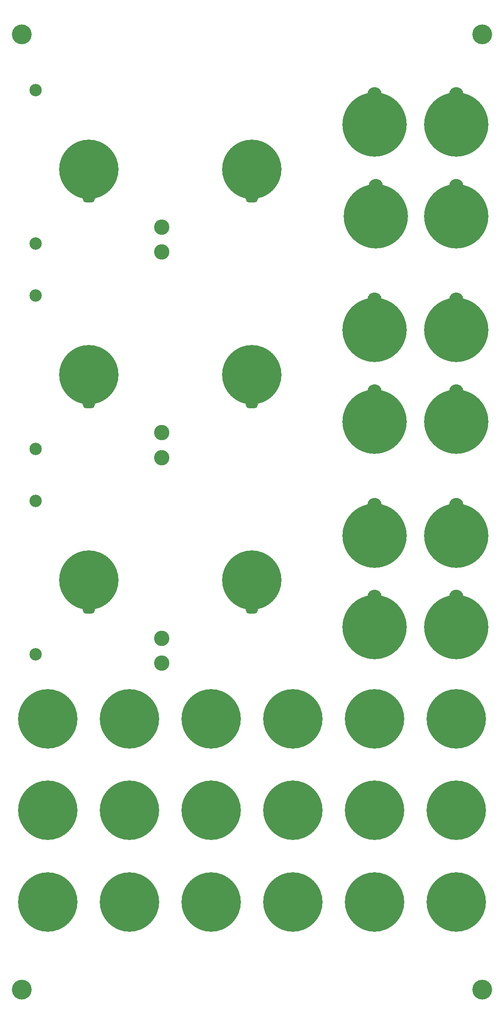
<source format=gts>
%TF.GenerationSoftware,KiCad,Pcbnew,9.0.7*%
%TF.CreationDate,2026-02-21T19:30:22+01:00*%
%TF.ProjectId,DMH_VCLFO_PANEL,444d485f-5643-44c4-964f-5f50414e454c,rev?*%
%TF.SameCoordinates,Original*%
%TF.FileFunction,Soldermask,Top*%
%TF.FilePolarity,Negative*%
%FSLAX46Y46*%
G04 Gerber Fmt 4.6, Leading zero omitted, Abs format (unit mm)*
G04 Created by KiCad (PCBNEW 9.0.7) date 2026-02-21 19:30:22*
%MOMM*%
%LPD*%
G01*
G04 APERTURE LIST*
%ADD10C,0.500000*%
%ADD11C,12.000000*%
%ADD12C,4.000000*%
%ADD13C,2.900000*%
%ADD14C,13.000000*%
%ADD15C,3.100000*%
%ADD16O,2.500000X1.500000*%
%ADD17C,2.500000*%
G04 APERTURE END LIST*
D10*
%TO.C,H30*%
X53050000Y-208750000D03*
X54710000Y-204720000D03*
X54720000Y-212790000D03*
X58750000Y-203050000D03*
D11*
X58750000Y-208750000D03*
D10*
X58750000Y-214450000D03*
X62780000Y-212790000D03*
X62790000Y-204720000D03*
X64450000Y-208750000D03*
%TD*%
D12*
%TO.C,H3*%
X53500000Y-226500000D03*
%TD*%
D10*
%TO.C,H11*%
X135550000Y-171750000D03*
X137210000Y-167720000D03*
X137220000Y-175790000D03*
X141250000Y-166050000D03*
D11*
X141250000Y-171750000D03*
D10*
X141250000Y-177450000D03*
X145280000Y-175790000D03*
X145290000Y-167720000D03*
X146950000Y-171750000D03*
%TD*%
%TO.C,H21*%
X69550000Y-171750000D03*
X71210000Y-167720000D03*
X71220000Y-175790000D03*
X75250000Y-166050000D03*
D11*
X75250000Y-171750000D03*
D10*
X75250000Y-177450000D03*
X79280000Y-175790000D03*
X79290000Y-167720000D03*
X80950000Y-171750000D03*
%TD*%
D13*
%TO.C,H42*%
X124750000Y-87150000D03*
D14*
X124750000Y-93250000D03*
%TD*%
D10*
%TO.C,H33*%
X119050000Y-208750000D03*
X120710000Y-204720000D03*
X120720000Y-212790000D03*
X124750000Y-203050000D03*
D11*
X124750000Y-208750000D03*
D10*
X124750000Y-214450000D03*
X128780000Y-212790000D03*
X128790000Y-204720000D03*
X130450000Y-208750000D03*
%TD*%
D13*
%TO.C,H29*%
X141250000Y-147150000D03*
D14*
X141250000Y-153250000D03*
%TD*%
D15*
%TO.C,H36*%
X81750000Y-77500000D03*
%TD*%
D10*
%TO.C,H34*%
X135550000Y-208750000D03*
X137210000Y-204720000D03*
X137220000Y-212790000D03*
X141250000Y-203050000D03*
D11*
X141250000Y-208750000D03*
D10*
X141250000Y-214450000D03*
X145280000Y-212790000D03*
X145290000Y-204720000D03*
X146950000Y-208750000D03*
%TD*%
D11*
%TO.C,H13*%
X67000000Y-60750000D03*
D16*
X67000000Y-66750000D03*
%TD*%
D13*
%TO.C,H19*%
X141250000Y-105650000D03*
D14*
X141250000Y-111750000D03*
%TD*%
D15*
%TO.C,H38*%
X81750000Y-160500000D03*
%TD*%
%TO.C,H37*%
X81750000Y-119000000D03*
%TD*%
%TO.C,H25*%
X81750000Y-155500000D03*
%TD*%
D13*
%TO.C,H41*%
X124750000Y-45650000D03*
D14*
X124750000Y-51750000D03*
%TD*%
D15*
%TO.C,H14*%
X81750000Y-72500000D03*
%TD*%
D17*
%TO.C,H49*%
X56250000Y-158750000D03*
%TD*%
D13*
%TO.C,H27*%
X141250000Y-128650000D03*
D14*
X141250000Y-134750000D03*
%TD*%
D10*
%TO.C,H10*%
X119050000Y-171750000D03*
X120710000Y-167720000D03*
X120720000Y-175790000D03*
X124750000Y-166050000D03*
D11*
X124750000Y-171750000D03*
D10*
X124750000Y-177450000D03*
X128780000Y-175790000D03*
X128790000Y-167720000D03*
X130450000Y-171750000D03*
%TD*%
D11*
%TO.C,H16*%
X100000000Y-102250000D03*
D16*
X100000000Y-108250000D03*
%TD*%
D10*
%TO.C,H22*%
X102550000Y-190250000D03*
X104210000Y-186220000D03*
X104220000Y-194290000D03*
X108250000Y-184550000D03*
D11*
X108250000Y-190250000D03*
D10*
X108250000Y-195950000D03*
X112280000Y-194290000D03*
X112290000Y-186220000D03*
X113950000Y-190250000D03*
%TD*%
%TO.C,H9*%
X102550000Y-171750000D03*
X104210000Y-167720000D03*
X104220000Y-175790000D03*
X108250000Y-166050000D03*
D11*
X108250000Y-171750000D03*
D10*
X108250000Y-177450000D03*
X112280000Y-175790000D03*
X112290000Y-167720000D03*
X113950000Y-171750000D03*
%TD*%
D15*
%TO.C,H15*%
X81750000Y-114000000D03*
%TD*%
D11*
%TO.C,H26*%
X100000000Y-143750000D03*
D16*
X100000000Y-149750000D03*
%TD*%
D13*
%TO.C,H46*%
X124750000Y-147150000D03*
D14*
X124750000Y-153250000D03*
%TD*%
D11*
%TO.C,H28*%
X67000000Y-143750000D03*
D16*
X67000000Y-149750000D03*
%TD*%
D10*
%TO.C,H20*%
X53050000Y-190250000D03*
X54710000Y-186220000D03*
X54720000Y-194290000D03*
X58750000Y-184550000D03*
D11*
X58750000Y-190250000D03*
D10*
X58750000Y-195950000D03*
X62780000Y-194290000D03*
X62790000Y-186220000D03*
X64450000Y-190250000D03*
%TD*%
D13*
%TO.C,H6*%
X141250000Y-64150000D03*
D14*
X141250000Y-70250000D03*
%TD*%
D10*
%TO.C,H24*%
X135550000Y-190250000D03*
X137210000Y-186220000D03*
X137220000Y-194290000D03*
X141250000Y-184550000D03*
D11*
X141250000Y-190250000D03*
D10*
X141250000Y-195950000D03*
X145280000Y-194290000D03*
X145290000Y-186220000D03*
X146950000Y-190250000D03*
%TD*%
D13*
%TO.C,H45*%
X124750000Y-105650000D03*
D14*
X124750000Y-111750000D03*
%TD*%
D10*
%TO.C,H39*%
X86050000Y-190250000D03*
X87710000Y-186220000D03*
X87720000Y-194290000D03*
X91750000Y-184550000D03*
D11*
X91750000Y-190250000D03*
D10*
X91750000Y-195950000D03*
X95780000Y-194290000D03*
X95790000Y-186220000D03*
X97450000Y-190250000D03*
%TD*%
D17*
%TO.C,H52*%
X56250000Y-127750000D03*
%TD*%
D10*
%TO.C,H8*%
X86050000Y-171750000D03*
X87710000Y-167720000D03*
X87720000Y-175790000D03*
X91750000Y-166050000D03*
D11*
X91750000Y-171750000D03*
D10*
X91750000Y-177450000D03*
X95780000Y-175790000D03*
X95790000Y-167720000D03*
X97450000Y-171750000D03*
%TD*%
%TO.C,H35*%
X69550000Y-208750000D03*
X71210000Y-204720000D03*
X71220000Y-212790000D03*
X75250000Y-203050000D03*
D11*
X75250000Y-208750000D03*
D10*
X75250000Y-214450000D03*
X79280000Y-212790000D03*
X79290000Y-204720000D03*
X80950000Y-208750000D03*
%TD*%
%TO.C,H23*%
X119050000Y-190250000D03*
X120710000Y-186220000D03*
X120720000Y-194290000D03*
X124750000Y-184550000D03*
D11*
X124750000Y-190250000D03*
D10*
X124750000Y-195950000D03*
X128780000Y-194290000D03*
X128790000Y-186220000D03*
X130450000Y-190250000D03*
%TD*%
D17*
%TO.C,H48*%
X56250000Y-117250000D03*
%TD*%
D10*
%TO.C,H5*%
X53050000Y-171750000D03*
X54710000Y-167720000D03*
X54720000Y-175790000D03*
X58750000Y-166050000D03*
D11*
X58750000Y-171750000D03*
D10*
X58750000Y-177450000D03*
X62780000Y-175790000D03*
X62790000Y-167720000D03*
X64450000Y-171750000D03*
%TD*%
D17*
%TO.C,H51*%
X56250000Y-86250000D03*
%TD*%
D13*
%TO.C,H44*%
X125000000Y-64150000D03*
D14*
X125000000Y-70250000D03*
%TD*%
D10*
%TO.C,H32*%
X102550000Y-208750000D03*
X104210000Y-204720000D03*
X104220000Y-212790000D03*
X108250000Y-203050000D03*
D11*
X108250000Y-208750000D03*
D10*
X108250000Y-214450000D03*
X112280000Y-212790000D03*
X112290000Y-204720000D03*
X113950000Y-208750000D03*
%TD*%
D13*
%TO.C,H7*%
X141250000Y-45650000D03*
D14*
X141250000Y-51750000D03*
%TD*%
D10*
%TO.C,H31*%
X69550000Y-190250000D03*
X71210000Y-186220000D03*
X71220000Y-194290000D03*
X75250000Y-184550000D03*
D11*
X75250000Y-190250000D03*
D10*
X75250000Y-195950000D03*
X79280000Y-194290000D03*
X79290000Y-186220000D03*
X80950000Y-190250000D03*
%TD*%
D12*
%TO.C,H2*%
X146500000Y-33500000D03*
%TD*%
%TO.C,H4*%
X146500000Y-226500000D03*
%TD*%
D17*
%TO.C,H50*%
X56250000Y-44750000D03*
%TD*%
D13*
%TO.C,H43*%
X124750000Y-128650000D03*
D14*
X124750000Y-134750000D03*
%TD*%
D11*
%TO.C,H12*%
X100000000Y-60750000D03*
D16*
X100000000Y-66750000D03*
%TD*%
D10*
%TO.C,H40*%
X86050000Y-208750000D03*
X87710000Y-204720000D03*
X87720000Y-212790000D03*
X91750000Y-203050000D03*
D11*
X91750000Y-208750000D03*
D10*
X91750000Y-214450000D03*
X95780000Y-212790000D03*
X95790000Y-204720000D03*
X97450000Y-208750000D03*
%TD*%
D12*
%TO.C,H1*%
X53500000Y-33500000D03*
%TD*%
D17*
%TO.C,H47*%
X56250000Y-75750000D03*
%TD*%
D13*
%TO.C,H17*%
X141250000Y-87150000D03*
D14*
X141250000Y-93250000D03*
%TD*%
D11*
%TO.C,H18*%
X67000000Y-102250000D03*
D16*
X67000000Y-108250000D03*
%TD*%
M02*

</source>
